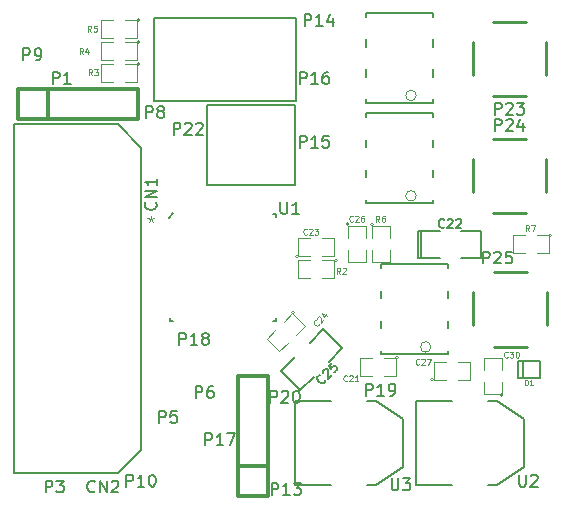
<source format=gto>
%FSLAX34Y34*%
G04 Gerber Fmt 3.4, Leading zero omitted, Abs format*
G04 (created by PCBNEW (2014-01-02 BZR 4600)-product) date Sun 26 Jan 2014 10:04:54 PM PST*
%MOIN*%
G01*
G70*
G90*
G04 APERTURE LIST*
%ADD10C,0.005906*%
%ADD11C,0.006000*%
%ADD12C,0.003900*%
%ADD13C,0.005000*%
%ADD14C,0.002500*%
%ADD15C,0.008000*%
%ADD16C,0.012000*%
%ADD17C,0.009843*%
%ADD18C,0.003000*%
%ADD19C,0.004300*%
G04 APERTURE END LIST*
G54D10*
X6141Y-6870D02*
X5984Y-7027D01*
G54D11*
X9565Y-7011D02*
X9565Y-6911D01*
X9465Y-10451D02*
X9565Y-10451D01*
X6025Y-10351D02*
X6025Y-10451D01*
X6025Y-10451D02*
X6125Y-10451D01*
X9565Y-10451D02*
X9565Y-10351D01*
X9565Y-6911D02*
X9465Y-6911D01*
G54D12*
X13652Y-11688D02*
G75*
G03X13652Y-11688I-50J0D01*
G74*
G01*
X13152Y-11688D02*
X13552Y-11688D01*
X13552Y-11688D02*
X13552Y-12288D01*
X13552Y-12288D02*
X13152Y-12288D01*
X12752Y-12288D02*
X12352Y-12288D01*
X12352Y-12288D02*
X12352Y-11688D01*
X12352Y-11688D02*
X12752Y-11688D01*
G54D13*
X14393Y-7463D02*
X14293Y-7463D01*
X14293Y-7463D02*
X14293Y-8363D01*
X14293Y-8363D02*
X14393Y-8363D01*
X14393Y-7463D02*
X14393Y-8363D01*
X14393Y-8363D02*
X15043Y-8363D01*
X15743Y-7463D02*
X16393Y-7463D01*
X16393Y-7463D02*
X16393Y-8363D01*
X16393Y-8363D02*
X15743Y-8363D01*
X15043Y-7463D02*
X14393Y-7463D01*
G54D12*
X10305Y-8311D02*
G75*
G03X10305Y-8311I-50J0D01*
G74*
G01*
X10705Y-8311D02*
X10305Y-8311D01*
X10305Y-8311D02*
X10305Y-7711D01*
X10305Y-7711D02*
X10705Y-7711D01*
X11105Y-7711D02*
X11505Y-7711D01*
X11505Y-7711D02*
X11505Y-8311D01*
X11505Y-8311D02*
X11105Y-8311D01*
X10179Y-10174D02*
G75*
G03X10179Y-10174I-50J0D01*
G74*
G01*
X9811Y-10492D02*
X10094Y-10210D01*
X10094Y-10210D02*
X10518Y-10634D01*
X10518Y-10634D02*
X10235Y-10917D01*
X9952Y-11200D02*
X9669Y-11482D01*
X9669Y-11482D02*
X9245Y-11058D01*
X9245Y-11058D02*
X9528Y-10775D01*
G54D13*
X11773Y-11363D02*
X11136Y-10726D01*
X11136Y-10726D02*
X10677Y-11186D01*
X10818Y-12317D02*
X10359Y-12777D01*
X10359Y-12777D02*
X9722Y-12140D01*
X9722Y-12140D02*
X10182Y-11681D01*
X11313Y-11822D02*
X11773Y-11363D01*
G54D12*
X11994Y-7243D02*
G75*
G03X11994Y-7243I-50J0D01*
G74*
G01*
X11944Y-7693D02*
X11944Y-7293D01*
X11944Y-7293D02*
X12544Y-7293D01*
X12544Y-7293D02*
X12544Y-7693D01*
X12544Y-8093D02*
X12544Y-8493D01*
X12544Y-8493D02*
X11944Y-8493D01*
X11944Y-8493D02*
X11944Y-8093D01*
X14813Y-12425D02*
G75*
G03X14813Y-12425I-50J0D01*
G74*
G01*
X15213Y-12425D02*
X14813Y-12425D01*
X14813Y-12425D02*
X14813Y-11825D01*
X14813Y-11825D02*
X15213Y-11825D01*
X15613Y-11825D02*
X16013Y-11825D01*
X16013Y-11825D02*
X16013Y-12425D01*
X16013Y-12425D02*
X15613Y-12425D01*
X17141Y-12933D02*
G75*
G03X17141Y-12933I-50J0D01*
G74*
G01*
X17091Y-12483D02*
X17091Y-12883D01*
X17091Y-12883D02*
X16491Y-12883D01*
X16491Y-12883D02*
X16491Y-12483D01*
X16491Y-12083D02*
X16491Y-11683D01*
X16491Y-11683D02*
X17091Y-11683D01*
X17091Y-11683D02*
X17091Y-12083D01*
G54D13*
X17795Y-12362D02*
X17795Y-11810D01*
X17638Y-12362D02*
X18346Y-12362D01*
X18346Y-12362D02*
X18346Y-11810D01*
X18346Y-11810D02*
X17638Y-11810D01*
X17638Y-11810D02*
X17638Y-12362D01*
G54D10*
X10196Y-5944D02*
X10196Y-3267D01*
X10196Y-3267D02*
X7244Y-3267D01*
X7244Y-3267D02*
X7244Y-5944D01*
X7244Y-5944D02*
X10196Y-5944D01*
X10196Y-5944D02*
X10196Y-5905D01*
X10196Y-5905D02*
X10196Y-5944D01*
X5501Y-3149D02*
X10226Y-3149D01*
X10226Y-3149D02*
X10226Y-354D01*
X10226Y-354D02*
X5501Y-354D01*
X5501Y-354D02*
X5501Y-3149D01*
G54D12*
X11605Y-8440D02*
G75*
G03X11605Y-8440I-50J0D01*
G74*
G01*
X11105Y-8440D02*
X11505Y-8440D01*
X11505Y-8440D02*
X11505Y-9040D01*
X11505Y-9040D02*
X11105Y-9040D01*
X10705Y-9040D02*
X10305Y-9040D01*
X10305Y-9040D02*
X10305Y-8440D01*
X10305Y-8440D02*
X10705Y-8440D01*
X5030Y-1904D02*
G75*
G03X5030Y-1904I-50J0D01*
G74*
G01*
X4530Y-1904D02*
X4930Y-1904D01*
X4930Y-1904D02*
X4930Y-2504D01*
X4930Y-2504D02*
X4530Y-2504D01*
X4130Y-2504D02*
X3730Y-2504D01*
X3730Y-2504D02*
X3730Y-1904D01*
X3730Y-1904D02*
X4130Y-1904D01*
X5030Y-1166D02*
G75*
G03X5030Y-1166I-50J0D01*
G74*
G01*
X4530Y-1166D02*
X4930Y-1166D01*
X4930Y-1166D02*
X4930Y-1766D01*
X4930Y-1766D02*
X4530Y-1766D01*
X4130Y-1766D02*
X3730Y-1766D01*
X3730Y-1766D02*
X3730Y-1166D01*
X3730Y-1166D02*
X4130Y-1166D01*
X5030Y-428D02*
G75*
G03X5030Y-428I-50J0D01*
G74*
G01*
X4530Y-428D02*
X4930Y-428D01*
X4930Y-428D02*
X4930Y-1028D01*
X4930Y-1028D02*
X4530Y-1028D01*
X4130Y-1028D02*
X3730Y-1028D01*
X3730Y-1028D02*
X3730Y-428D01*
X3730Y-428D02*
X4130Y-428D01*
X12801Y-7243D02*
G75*
G03X12801Y-7243I-50J0D01*
G74*
G01*
X12751Y-7693D02*
X12751Y-7293D01*
X12751Y-7293D02*
X13351Y-7293D01*
X13351Y-7293D02*
X13351Y-7693D01*
X13351Y-8093D02*
X13351Y-8493D01*
X13351Y-8493D02*
X12751Y-8493D01*
X12751Y-8493D02*
X12751Y-8093D01*
G54D13*
X14809Y-3196D02*
X12559Y-3196D01*
X12559Y-196D02*
X14809Y-196D01*
X12559Y-3196D02*
X12559Y-3071D01*
X12559Y-2321D02*
X12559Y-2071D01*
X12559Y-1321D02*
X12559Y-1071D01*
X12559Y-321D02*
X12559Y-196D01*
X14809Y-3196D02*
X14809Y-3071D01*
X14809Y-2321D02*
X14809Y-2071D01*
X14809Y-1321D02*
X14809Y-1071D01*
X14809Y-321D02*
X14809Y-196D01*
G54D14*
X14235Y-2946D02*
G75*
G03X14235Y-2946I-176J0D01*
G74*
G01*
G54D13*
X14809Y-6543D02*
X12559Y-6543D01*
X12559Y-3543D02*
X14809Y-3543D01*
X12559Y-6543D02*
X12559Y-6418D01*
X12559Y-5668D02*
X12559Y-5418D01*
X12559Y-4668D02*
X12559Y-4418D01*
X12559Y-3668D02*
X12559Y-3543D01*
X14809Y-6543D02*
X14809Y-6418D01*
X14809Y-5668D02*
X14809Y-5418D01*
X14809Y-4668D02*
X14809Y-4418D01*
X14809Y-3668D02*
X14809Y-3543D01*
G54D14*
X14235Y-6293D02*
G75*
G03X14235Y-6293I-176J0D01*
G74*
G01*
G54D15*
X15423Y-13147D02*
X14223Y-13147D01*
X14223Y-13147D02*
X14223Y-15947D01*
X14223Y-15947D02*
X15423Y-15947D01*
X16623Y-13147D02*
X16923Y-13147D01*
X16923Y-13147D02*
X17823Y-13747D01*
X17823Y-13747D02*
X17823Y-15347D01*
X17823Y-15347D02*
X16923Y-15947D01*
X16923Y-15947D02*
X16623Y-15947D01*
X11407Y-13147D02*
X10207Y-13147D01*
X10207Y-13147D02*
X10207Y-15947D01*
X10207Y-15947D02*
X11407Y-15947D01*
X12607Y-13147D02*
X12907Y-13147D01*
X12907Y-13147D02*
X13807Y-13747D01*
X13807Y-13747D02*
X13807Y-15347D01*
X13807Y-15347D02*
X12907Y-15947D01*
X12907Y-15947D02*
X12607Y-15947D01*
G54D12*
X18751Y-7613D02*
G75*
G03X18751Y-7613I-50J0D01*
G74*
G01*
X18251Y-7613D02*
X18651Y-7613D01*
X18651Y-7613D02*
X18651Y-8213D01*
X18651Y-8213D02*
X18251Y-8213D01*
X17851Y-8213D02*
X17451Y-8213D01*
X17451Y-8213D02*
X17451Y-7613D01*
X17451Y-7613D02*
X17851Y-7613D01*
G54D16*
X8309Y-16301D02*
X8309Y-16301D01*
X9309Y-16301D02*
X8309Y-16301D01*
X8309Y-16301D02*
X8309Y-16301D01*
X8309Y-16301D02*
X8309Y-12301D01*
X8309Y-12301D02*
X9309Y-12301D01*
X9309Y-12301D02*
X9309Y-16301D01*
X9309Y-15301D02*
X8309Y-15301D01*
G54D13*
X834Y-15545D02*
X834Y-3903D01*
X834Y-3903D02*
X4283Y-3903D01*
X4283Y-3903D02*
X5070Y-4690D01*
X5070Y-4690D02*
X5070Y-14757D01*
X5070Y-14757D02*
X4283Y-15545D01*
X4283Y-15545D02*
X834Y-15545D01*
G54D16*
X952Y-2718D02*
X952Y-2718D01*
X952Y-3718D02*
X952Y-2718D01*
X952Y-2718D02*
X952Y-2718D01*
X952Y-2718D02*
X4952Y-2718D01*
X4952Y-2718D02*
X4952Y-3718D01*
X4952Y-3718D02*
X952Y-3718D01*
X1952Y-3718D02*
X1952Y-2718D01*
G54D13*
X15301Y-11582D02*
X13051Y-11582D01*
X13051Y-8582D02*
X15301Y-8582D01*
X13051Y-11582D02*
X13051Y-11457D01*
X13051Y-10707D02*
X13051Y-10457D01*
X13051Y-9707D02*
X13051Y-9457D01*
X13051Y-8707D02*
X13051Y-8582D01*
X15301Y-11582D02*
X15301Y-11457D01*
X15301Y-10707D02*
X15301Y-10457D01*
X15301Y-9707D02*
X15301Y-9457D01*
X15301Y-8707D02*
X15301Y-8582D01*
G54D14*
X14727Y-11332D02*
G75*
G03X14727Y-11332I-176J0D01*
G74*
G01*
G54D17*
X17913Y-8838D02*
X16811Y-8838D01*
X16811Y-11318D02*
X17913Y-11318D01*
X16141Y-10610D02*
X16141Y-9507D01*
X18582Y-9507D02*
X18582Y-10610D01*
X17893Y-4389D02*
X16791Y-4389D01*
X16791Y-6870D02*
X17893Y-6870D01*
X16122Y-6161D02*
X16122Y-5059D01*
X18562Y-5059D02*
X18562Y-6161D01*
X17893Y-492D02*
X16791Y-492D01*
X16791Y-2972D02*
X17893Y-2972D01*
X16122Y-2263D02*
X16122Y-1161D01*
X18562Y-1161D02*
X18562Y-2263D01*
G54D10*
X9709Y-6497D02*
X9709Y-6815D01*
X9728Y-6853D01*
X9747Y-6871D01*
X9784Y-6890D01*
X9859Y-6890D01*
X9897Y-6871D01*
X9916Y-6853D01*
X9934Y-6815D01*
X9934Y-6497D01*
X10328Y-6890D02*
X10103Y-6890D01*
X10216Y-6890D02*
X10216Y-6497D01*
X10178Y-6553D01*
X10141Y-6590D01*
X10103Y-6609D01*
G54D18*
X5385Y-6950D02*
X5385Y-7064D01*
X5272Y-7018D02*
X5385Y-7064D01*
X5498Y-7018D01*
X5317Y-7154D02*
X5385Y-7064D01*
X5453Y-7154D01*
G54D10*
X3517Y-16144D02*
X3498Y-16163D01*
X3442Y-16182D01*
X3405Y-16182D01*
X3348Y-16163D01*
X3311Y-16125D01*
X3292Y-16088D01*
X3273Y-16013D01*
X3273Y-15957D01*
X3292Y-15882D01*
X3311Y-15844D01*
X3348Y-15807D01*
X3405Y-15788D01*
X3442Y-15788D01*
X3498Y-15807D01*
X3517Y-15825D01*
X3686Y-16182D02*
X3686Y-15788D01*
X3911Y-16182D01*
X3911Y-15788D01*
X4079Y-15825D02*
X4098Y-15807D01*
X4136Y-15788D01*
X4229Y-15788D01*
X4267Y-15807D01*
X4286Y-15825D01*
X4304Y-15863D01*
X4304Y-15900D01*
X4286Y-15957D01*
X4061Y-16182D01*
X4304Y-16182D01*
G54D19*
X11930Y-12452D02*
X11921Y-12461D01*
X11892Y-12471D01*
X11874Y-12471D01*
X11846Y-12461D01*
X11827Y-12442D01*
X11817Y-12424D01*
X11808Y-12386D01*
X11808Y-12358D01*
X11817Y-12320D01*
X11827Y-12302D01*
X11846Y-12283D01*
X11874Y-12274D01*
X11892Y-12274D01*
X11921Y-12283D01*
X11930Y-12292D01*
X12005Y-12292D02*
X12014Y-12283D01*
X12033Y-12274D01*
X12080Y-12274D01*
X12099Y-12283D01*
X12108Y-12292D01*
X12118Y-12311D01*
X12118Y-12330D01*
X12108Y-12358D01*
X11996Y-12471D01*
X12118Y-12471D01*
X12305Y-12471D02*
X12193Y-12471D01*
X12249Y-12471D02*
X12249Y-12274D01*
X12230Y-12302D01*
X12211Y-12320D01*
X12193Y-12330D01*
G54D13*
X15171Y-7331D02*
X15157Y-7345D01*
X15114Y-7360D01*
X15085Y-7360D01*
X15042Y-7345D01*
X15014Y-7317D01*
X14999Y-7288D01*
X14985Y-7231D01*
X14985Y-7188D01*
X14999Y-7131D01*
X15014Y-7102D01*
X15042Y-7074D01*
X15085Y-7060D01*
X15114Y-7060D01*
X15157Y-7074D01*
X15171Y-7088D01*
X15285Y-7088D02*
X15299Y-7074D01*
X15328Y-7060D01*
X15399Y-7060D01*
X15428Y-7074D01*
X15442Y-7088D01*
X15457Y-7117D01*
X15457Y-7145D01*
X15442Y-7188D01*
X15271Y-7360D01*
X15457Y-7360D01*
X15571Y-7088D02*
X15585Y-7074D01*
X15614Y-7060D01*
X15685Y-7060D01*
X15714Y-7074D01*
X15728Y-7088D01*
X15742Y-7117D01*
X15742Y-7145D01*
X15728Y-7188D01*
X15557Y-7360D01*
X15742Y-7360D01*
G54D19*
X10591Y-7570D02*
X10582Y-7579D01*
X10554Y-7589D01*
X10535Y-7589D01*
X10507Y-7579D01*
X10488Y-7560D01*
X10479Y-7542D01*
X10469Y-7504D01*
X10469Y-7476D01*
X10479Y-7439D01*
X10488Y-7420D01*
X10507Y-7401D01*
X10535Y-7392D01*
X10554Y-7392D01*
X10582Y-7401D01*
X10591Y-7410D01*
X10666Y-7410D02*
X10676Y-7401D01*
X10695Y-7392D01*
X10741Y-7392D01*
X10760Y-7401D01*
X10770Y-7410D01*
X10779Y-7429D01*
X10779Y-7448D01*
X10770Y-7476D01*
X10657Y-7589D01*
X10779Y-7589D01*
X10845Y-7392D02*
X10967Y-7392D01*
X10901Y-7467D01*
X10929Y-7467D01*
X10948Y-7476D01*
X10957Y-7485D01*
X10967Y-7504D01*
X10967Y-7551D01*
X10957Y-7570D01*
X10948Y-7579D01*
X10929Y-7589D01*
X10873Y-7589D01*
X10854Y-7579D01*
X10845Y-7570D01*
X10993Y-10552D02*
X10993Y-10565D01*
X10980Y-10592D01*
X10967Y-10605D01*
X10940Y-10619D01*
X10914Y-10619D01*
X10894Y-10612D01*
X10860Y-10592D01*
X10841Y-10572D01*
X10821Y-10539D01*
X10814Y-10519D01*
X10814Y-10492D01*
X10827Y-10466D01*
X10841Y-10453D01*
X10867Y-10439D01*
X10880Y-10439D01*
X10933Y-10386D02*
X10933Y-10373D01*
X10940Y-10353D01*
X10973Y-10320D01*
X10993Y-10313D01*
X11006Y-10313D01*
X11026Y-10320D01*
X11040Y-10333D01*
X11053Y-10360D01*
X11053Y-10519D01*
X11139Y-10433D01*
X11166Y-10221D02*
X11258Y-10313D01*
X11079Y-10201D02*
X11146Y-10333D01*
X11232Y-10247D01*
G54D13*
X11209Y-12436D02*
X11209Y-12456D01*
X11188Y-12497D01*
X11168Y-12517D01*
X11128Y-12537D01*
X11087Y-12537D01*
X11057Y-12527D01*
X11007Y-12497D01*
X10976Y-12466D01*
X10946Y-12416D01*
X10936Y-12386D01*
X10936Y-12345D01*
X10956Y-12305D01*
X10976Y-12285D01*
X11017Y-12264D01*
X11037Y-12264D01*
X11118Y-12184D02*
X11118Y-12163D01*
X11128Y-12133D01*
X11178Y-12082D01*
X11209Y-12072D01*
X11229Y-12072D01*
X11259Y-12082D01*
X11279Y-12103D01*
X11299Y-12143D01*
X11299Y-12386D01*
X11431Y-12254D01*
X11411Y-11850D02*
X11310Y-11951D01*
X11401Y-12062D01*
X11401Y-12042D01*
X11411Y-12012D01*
X11461Y-11961D01*
X11491Y-11951D01*
X11512Y-11951D01*
X11542Y-11961D01*
X11592Y-12012D01*
X11603Y-12042D01*
X11603Y-12062D01*
X11592Y-12093D01*
X11542Y-12143D01*
X11512Y-12153D01*
X11491Y-12153D01*
G54D19*
X12127Y-7137D02*
X12117Y-7146D01*
X12089Y-7156D01*
X12071Y-7156D01*
X12042Y-7146D01*
X12024Y-7127D01*
X12014Y-7109D01*
X12005Y-7071D01*
X12005Y-7043D01*
X12014Y-7005D01*
X12024Y-6987D01*
X12042Y-6968D01*
X12071Y-6959D01*
X12089Y-6959D01*
X12117Y-6968D01*
X12127Y-6977D01*
X12202Y-6977D02*
X12211Y-6968D01*
X12230Y-6959D01*
X12277Y-6959D01*
X12296Y-6968D01*
X12305Y-6977D01*
X12314Y-6996D01*
X12314Y-7015D01*
X12305Y-7043D01*
X12192Y-7156D01*
X12314Y-7156D01*
X12483Y-6959D02*
X12446Y-6959D01*
X12427Y-6968D01*
X12418Y-6977D01*
X12399Y-7005D01*
X12389Y-7043D01*
X12389Y-7118D01*
X12399Y-7137D01*
X12408Y-7146D01*
X12427Y-7156D01*
X12465Y-7156D01*
X12483Y-7146D01*
X12493Y-7137D01*
X12502Y-7118D01*
X12502Y-7071D01*
X12493Y-7052D01*
X12483Y-7043D01*
X12465Y-7034D01*
X12427Y-7034D01*
X12408Y-7043D01*
X12399Y-7052D01*
X12389Y-7071D01*
X14332Y-11901D02*
X14322Y-11910D01*
X14294Y-11919D01*
X14275Y-11919D01*
X14247Y-11910D01*
X14228Y-11891D01*
X14219Y-11872D01*
X14210Y-11835D01*
X14210Y-11807D01*
X14219Y-11769D01*
X14228Y-11750D01*
X14247Y-11732D01*
X14275Y-11722D01*
X14294Y-11722D01*
X14322Y-11732D01*
X14332Y-11741D01*
X14407Y-11741D02*
X14416Y-11732D01*
X14435Y-11722D01*
X14482Y-11722D01*
X14500Y-11732D01*
X14510Y-11741D01*
X14519Y-11760D01*
X14519Y-11779D01*
X14510Y-11807D01*
X14397Y-11919D01*
X14519Y-11919D01*
X14585Y-11722D02*
X14716Y-11722D01*
X14632Y-11919D01*
X17284Y-11664D02*
X17275Y-11674D01*
X17247Y-11683D01*
X17228Y-11683D01*
X17200Y-11674D01*
X17181Y-11655D01*
X17172Y-11636D01*
X17162Y-11599D01*
X17162Y-11571D01*
X17172Y-11533D01*
X17181Y-11514D01*
X17200Y-11495D01*
X17228Y-11486D01*
X17247Y-11486D01*
X17275Y-11495D01*
X17284Y-11505D01*
X17350Y-11486D02*
X17472Y-11486D01*
X17406Y-11561D01*
X17434Y-11561D01*
X17453Y-11571D01*
X17463Y-11580D01*
X17472Y-11599D01*
X17472Y-11646D01*
X17463Y-11664D01*
X17453Y-11674D01*
X17434Y-11683D01*
X17378Y-11683D01*
X17359Y-11674D01*
X17350Y-11664D01*
X17594Y-11486D02*
X17613Y-11486D01*
X17631Y-11495D01*
X17641Y-11505D01*
X17650Y-11524D01*
X17660Y-11561D01*
X17660Y-11608D01*
X17650Y-11646D01*
X17641Y-11664D01*
X17631Y-11674D01*
X17613Y-11683D01*
X17594Y-11683D01*
X17575Y-11674D01*
X17566Y-11664D01*
X17556Y-11646D01*
X17547Y-11608D01*
X17547Y-11561D01*
X17556Y-11524D01*
X17566Y-11505D01*
X17575Y-11495D01*
X17594Y-11486D01*
G54D12*
X17876Y-12590D02*
X17876Y-12433D01*
X17913Y-12433D01*
X17936Y-12441D01*
X17951Y-12456D01*
X17958Y-12471D01*
X17965Y-12500D01*
X17965Y-12523D01*
X17958Y-12553D01*
X17951Y-12568D01*
X17936Y-12583D01*
X17913Y-12590D01*
X17876Y-12590D01*
X18115Y-12590D02*
X18025Y-12590D01*
X18070Y-12590D02*
X18070Y-12433D01*
X18055Y-12456D01*
X18040Y-12471D01*
X18025Y-12478D01*
G54D10*
X10358Y-4685D02*
X10358Y-4292D01*
X10508Y-4292D01*
X10546Y-4311D01*
X10564Y-4329D01*
X10583Y-4367D01*
X10583Y-4423D01*
X10564Y-4461D01*
X10546Y-4479D01*
X10508Y-4498D01*
X10358Y-4498D01*
X10958Y-4685D02*
X10733Y-4685D01*
X10845Y-4685D02*
X10845Y-4292D01*
X10808Y-4348D01*
X10770Y-4386D01*
X10733Y-4404D01*
X11314Y-4292D02*
X11127Y-4292D01*
X11108Y-4479D01*
X11127Y-4461D01*
X11164Y-4442D01*
X11258Y-4442D01*
X11295Y-4461D01*
X11314Y-4479D01*
X11333Y-4517D01*
X11333Y-4610D01*
X11314Y-4648D01*
X11295Y-4667D01*
X11258Y-4685D01*
X11164Y-4685D01*
X11127Y-4667D01*
X11108Y-4648D01*
X10358Y-2559D02*
X10358Y-2166D01*
X10508Y-2166D01*
X10546Y-2185D01*
X10564Y-2203D01*
X10583Y-2241D01*
X10583Y-2297D01*
X10564Y-2335D01*
X10546Y-2353D01*
X10508Y-2372D01*
X10358Y-2372D01*
X10958Y-2559D02*
X10733Y-2559D01*
X10845Y-2559D02*
X10845Y-2166D01*
X10808Y-2222D01*
X10770Y-2260D01*
X10733Y-2278D01*
X11295Y-2166D02*
X11220Y-2166D01*
X11183Y-2185D01*
X11164Y-2203D01*
X11127Y-2260D01*
X11108Y-2335D01*
X11108Y-2485D01*
X11127Y-2522D01*
X11145Y-2541D01*
X11183Y-2559D01*
X11258Y-2559D01*
X11295Y-2541D01*
X11314Y-2522D01*
X11333Y-2485D01*
X11333Y-2391D01*
X11314Y-2353D01*
X11295Y-2335D01*
X11258Y-2316D01*
X11183Y-2316D01*
X11145Y-2335D01*
X11127Y-2353D01*
X11108Y-2391D01*
G54D19*
X11709Y-8888D02*
X11643Y-8794D01*
X11596Y-8888D02*
X11596Y-8691D01*
X11671Y-8691D01*
X11690Y-8700D01*
X11699Y-8710D01*
X11709Y-8728D01*
X11709Y-8756D01*
X11699Y-8775D01*
X11690Y-8785D01*
X11671Y-8794D01*
X11596Y-8794D01*
X11784Y-8710D02*
X11793Y-8700D01*
X11812Y-8691D01*
X11859Y-8691D01*
X11878Y-8700D01*
X11887Y-8710D01*
X11896Y-8728D01*
X11896Y-8747D01*
X11887Y-8775D01*
X11774Y-8888D01*
X11896Y-8888D01*
X3441Y-2274D02*
X3375Y-2180D01*
X3329Y-2274D02*
X3329Y-2077D01*
X3404Y-2077D01*
X3422Y-2086D01*
X3432Y-2095D01*
X3441Y-2114D01*
X3441Y-2142D01*
X3432Y-2161D01*
X3422Y-2170D01*
X3404Y-2180D01*
X3329Y-2180D01*
X3507Y-2077D02*
X3629Y-2077D01*
X3563Y-2152D01*
X3591Y-2152D01*
X3610Y-2161D01*
X3619Y-2170D01*
X3629Y-2189D01*
X3629Y-2236D01*
X3619Y-2255D01*
X3610Y-2264D01*
X3591Y-2274D01*
X3535Y-2274D01*
X3516Y-2264D01*
X3507Y-2255D01*
X3126Y-1565D02*
X3060Y-1471D01*
X3014Y-1565D02*
X3014Y-1368D01*
X3089Y-1368D01*
X3107Y-1377D01*
X3117Y-1387D01*
X3126Y-1406D01*
X3126Y-1434D01*
X3117Y-1452D01*
X3107Y-1462D01*
X3089Y-1471D01*
X3014Y-1471D01*
X3295Y-1434D02*
X3295Y-1565D01*
X3248Y-1359D02*
X3201Y-1499D01*
X3323Y-1499D01*
X3402Y-817D02*
X3336Y-723D01*
X3289Y-817D02*
X3289Y-620D01*
X3364Y-620D01*
X3383Y-629D01*
X3392Y-639D01*
X3402Y-657D01*
X3402Y-686D01*
X3392Y-704D01*
X3383Y-714D01*
X3364Y-723D01*
X3289Y-723D01*
X3580Y-620D02*
X3486Y-620D01*
X3477Y-714D01*
X3486Y-704D01*
X3505Y-695D01*
X3552Y-695D01*
X3571Y-704D01*
X3580Y-714D01*
X3589Y-733D01*
X3589Y-779D01*
X3580Y-798D01*
X3571Y-808D01*
X3552Y-817D01*
X3505Y-817D01*
X3486Y-808D01*
X3477Y-798D01*
X13008Y-7156D02*
X12942Y-7062D01*
X12895Y-7156D02*
X12895Y-6959D01*
X12970Y-6959D01*
X12989Y-6968D01*
X12999Y-6977D01*
X13008Y-6996D01*
X13008Y-7024D01*
X12999Y-7043D01*
X12989Y-7052D01*
X12970Y-7062D01*
X12895Y-7062D01*
X13177Y-6959D02*
X13139Y-6959D01*
X13121Y-6968D01*
X13111Y-6977D01*
X13092Y-7005D01*
X13083Y-7043D01*
X13083Y-7118D01*
X13092Y-7137D01*
X13102Y-7146D01*
X13121Y-7156D01*
X13158Y-7156D01*
X13177Y-7146D01*
X13186Y-7137D01*
X13196Y-7118D01*
X13196Y-7071D01*
X13186Y-7052D01*
X13177Y-7043D01*
X13158Y-7034D01*
X13121Y-7034D01*
X13102Y-7043D01*
X13092Y-7052D01*
X13083Y-7071D01*
G54D10*
X17662Y-15591D02*
X17662Y-15910D01*
X17681Y-15947D01*
X17700Y-15966D01*
X17737Y-15985D01*
X17812Y-15985D01*
X17850Y-15966D01*
X17868Y-15947D01*
X17887Y-15910D01*
X17887Y-15591D01*
X18056Y-15628D02*
X18075Y-15610D01*
X18112Y-15591D01*
X18206Y-15591D01*
X18243Y-15610D01*
X18262Y-15628D01*
X18281Y-15666D01*
X18281Y-15703D01*
X18262Y-15760D01*
X18037Y-15985D01*
X18281Y-15985D01*
X13410Y-15709D02*
X13410Y-16028D01*
X13429Y-16065D01*
X13448Y-16084D01*
X13485Y-16103D01*
X13560Y-16103D01*
X13598Y-16084D01*
X13616Y-16065D01*
X13635Y-16028D01*
X13635Y-15709D01*
X13785Y-15709D02*
X14029Y-15709D01*
X13898Y-15859D01*
X13954Y-15859D01*
X13991Y-15878D01*
X14010Y-15897D01*
X14029Y-15934D01*
X14029Y-16028D01*
X14010Y-16065D01*
X13991Y-16084D01*
X13954Y-16103D01*
X13841Y-16103D01*
X13804Y-16084D01*
X13785Y-16065D01*
G54D19*
X18008Y-7471D02*
X17942Y-7377D01*
X17895Y-7471D02*
X17895Y-7274D01*
X17970Y-7274D01*
X17989Y-7283D01*
X17999Y-7292D01*
X18008Y-7311D01*
X18008Y-7339D01*
X17999Y-7358D01*
X17989Y-7367D01*
X17970Y-7377D01*
X17895Y-7377D01*
X18074Y-7274D02*
X18205Y-7274D01*
X18121Y-7471D01*
G54D10*
X7208Y-14607D02*
X7208Y-14213D01*
X7358Y-14213D01*
X7396Y-14232D01*
X7415Y-14251D01*
X7433Y-14288D01*
X7433Y-14344D01*
X7415Y-14382D01*
X7396Y-14401D01*
X7358Y-14419D01*
X7208Y-14419D01*
X7808Y-14607D02*
X7583Y-14607D01*
X7696Y-14607D02*
X7696Y-14213D01*
X7658Y-14269D01*
X7621Y-14307D01*
X7583Y-14326D01*
X7940Y-14213D02*
X8202Y-14213D01*
X8033Y-14607D01*
X5544Y-6511D02*
X5562Y-6530D01*
X5581Y-6586D01*
X5581Y-6624D01*
X5562Y-6680D01*
X5525Y-6718D01*
X5487Y-6736D01*
X5412Y-6755D01*
X5356Y-6755D01*
X5281Y-6736D01*
X5244Y-6718D01*
X5206Y-6680D01*
X5187Y-6624D01*
X5187Y-6586D01*
X5206Y-6530D01*
X5225Y-6511D01*
X5581Y-6343D02*
X5187Y-6343D01*
X5581Y-6118D01*
X5187Y-6118D01*
X5581Y-5724D02*
X5581Y-5949D01*
X5581Y-5837D02*
X5187Y-5837D01*
X5244Y-5874D01*
X5281Y-5912D01*
X5300Y-5949D01*
X2120Y-2559D02*
X2120Y-2166D01*
X2270Y-2166D01*
X2308Y-2185D01*
X2327Y-2203D01*
X2345Y-2241D01*
X2345Y-2297D01*
X2327Y-2335D01*
X2308Y-2353D01*
X2270Y-2372D01*
X2120Y-2372D01*
X2720Y-2559D02*
X2495Y-2559D01*
X2608Y-2559D02*
X2608Y-2166D01*
X2570Y-2222D01*
X2533Y-2260D01*
X2495Y-2278D01*
X1884Y-16182D02*
X1884Y-15788D01*
X2034Y-15788D01*
X2072Y-15807D01*
X2090Y-15825D01*
X2109Y-15863D01*
X2109Y-15919D01*
X2090Y-15957D01*
X2072Y-15975D01*
X2034Y-15994D01*
X1884Y-15994D01*
X2240Y-15788D02*
X2484Y-15788D01*
X2353Y-15938D01*
X2409Y-15938D01*
X2447Y-15957D01*
X2465Y-15975D01*
X2484Y-16013D01*
X2484Y-16107D01*
X2465Y-16144D01*
X2447Y-16163D01*
X2409Y-16182D01*
X2297Y-16182D01*
X2259Y-16163D01*
X2240Y-16144D01*
X5664Y-13859D02*
X5664Y-13465D01*
X5814Y-13465D01*
X5851Y-13484D01*
X5870Y-13502D01*
X5889Y-13540D01*
X5889Y-13596D01*
X5870Y-13634D01*
X5851Y-13652D01*
X5814Y-13671D01*
X5664Y-13671D01*
X6245Y-13465D02*
X6057Y-13465D01*
X6039Y-13652D01*
X6057Y-13634D01*
X6095Y-13615D01*
X6189Y-13615D01*
X6226Y-13634D01*
X6245Y-13652D01*
X6264Y-13690D01*
X6264Y-13784D01*
X6245Y-13821D01*
X6226Y-13840D01*
X6189Y-13859D01*
X6095Y-13859D01*
X6057Y-13840D01*
X6039Y-13821D01*
X5231Y-3701D02*
X5231Y-3308D01*
X5381Y-3308D01*
X5418Y-3326D01*
X5437Y-3345D01*
X5456Y-3383D01*
X5456Y-3439D01*
X5437Y-3476D01*
X5418Y-3495D01*
X5381Y-3514D01*
X5231Y-3514D01*
X5681Y-3476D02*
X5643Y-3458D01*
X5624Y-3439D01*
X5606Y-3401D01*
X5606Y-3383D01*
X5624Y-3345D01*
X5643Y-3326D01*
X5681Y-3308D01*
X5755Y-3308D01*
X5793Y-3326D01*
X5812Y-3345D01*
X5830Y-3383D01*
X5830Y-3401D01*
X5812Y-3439D01*
X5793Y-3458D01*
X5755Y-3476D01*
X5681Y-3476D01*
X5643Y-3495D01*
X5624Y-3514D01*
X5606Y-3551D01*
X5606Y-3626D01*
X5624Y-3664D01*
X5643Y-3682D01*
X5681Y-3701D01*
X5755Y-3701D01*
X5793Y-3682D01*
X5812Y-3664D01*
X5830Y-3626D01*
X5830Y-3551D01*
X5812Y-3514D01*
X5793Y-3495D01*
X5755Y-3476D01*
X1136Y-1772D02*
X1136Y-1378D01*
X1286Y-1378D01*
X1324Y-1397D01*
X1342Y-1416D01*
X1361Y-1453D01*
X1361Y-1510D01*
X1342Y-1547D01*
X1324Y-1566D01*
X1286Y-1585D01*
X1136Y-1585D01*
X1549Y-1772D02*
X1624Y-1772D01*
X1661Y-1753D01*
X1680Y-1735D01*
X1717Y-1678D01*
X1736Y-1603D01*
X1736Y-1453D01*
X1717Y-1416D01*
X1699Y-1397D01*
X1661Y-1378D01*
X1586Y-1378D01*
X1549Y-1397D01*
X1530Y-1416D01*
X1511Y-1453D01*
X1511Y-1547D01*
X1530Y-1585D01*
X1549Y-1603D01*
X1586Y-1622D01*
X1661Y-1622D01*
X1699Y-1603D01*
X1717Y-1585D01*
X1736Y-1547D01*
X4571Y-15985D02*
X4571Y-15591D01*
X4721Y-15591D01*
X4758Y-15610D01*
X4777Y-15628D01*
X4796Y-15666D01*
X4796Y-15722D01*
X4777Y-15760D01*
X4758Y-15778D01*
X4721Y-15797D01*
X4571Y-15797D01*
X5171Y-15985D02*
X4946Y-15985D01*
X5058Y-15985D02*
X5058Y-15591D01*
X5021Y-15647D01*
X4983Y-15685D01*
X4946Y-15703D01*
X5414Y-15591D02*
X5452Y-15591D01*
X5489Y-15610D01*
X5508Y-15628D01*
X5527Y-15666D01*
X5546Y-15741D01*
X5546Y-15835D01*
X5527Y-15910D01*
X5508Y-15947D01*
X5489Y-15966D01*
X5452Y-15985D01*
X5414Y-15985D01*
X5377Y-15966D01*
X5358Y-15947D01*
X5339Y-15910D01*
X5321Y-15835D01*
X5321Y-15741D01*
X5339Y-15666D01*
X5358Y-15628D01*
X5377Y-15610D01*
X5414Y-15591D01*
X9413Y-16260D02*
X9413Y-15867D01*
X9563Y-15867D01*
X9601Y-15885D01*
X9619Y-15904D01*
X9638Y-15942D01*
X9638Y-15998D01*
X9619Y-16035D01*
X9601Y-16054D01*
X9563Y-16073D01*
X9413Y-16073D01*
X10013Y-16260D02*
X9788Y-16260D01*
X9901Y-16260D02*
X9901Y-15867D01*
X9863Y-15923D01*
X9826Y-15960D01*
X9788Y-15979D01*
X10144Y-15867D02*
X10388Y-15867D01*
X10257Y-16017D01*
X10313Y-16017D01*
X10351Y-16035D01*
X10369Y-16054D01*
X10388Y-16092D01*
X10388Y-16185D01*
X10369Y-16223D01*
X10351Y-16242D01*
X10313Y-16260D01*
X10201Y-16260D01*
X10163Y-16242D01*
X10144Y-16223D01*
X9374Y-13189D02*
X9374Y-12796D01*
X9524Y-12796D01*
X9561Y-12814D01*
X9580Y-12833D01*
X9599Y-12871D01*
X9599Y-12927D01*
X9580Y-12964D01*
X9561Y-12983D01*
X9524Y-13002D01*
X9374Y-13002D01*
X9749Y-12833D02*
X9767Y-12814D01*
X9805Y-12796D01*
X9899Y-12796D01*
X9936Y-12814D01*
X9955Y-12833D01*
X9974Y-12871D01*
X9974Y-12908D01*
X9955Y-12964D01*
X9730Y-13189D01*
X9974Y-13189D01*
X10217Y-12796D02*
X10255Y-12796D01*
X10292Y-12814D01*
X10311Y-12833D01*
X10330Y-12871D01*
X10349Y-12946D01*
X10349Y-13039D01*
X10330Y-13114D01*
X10311Y-13152D01*
X10292Y-13171D01*
X10255Y-13189D01*
X10217Y-13189D01*
X10180Y-13171D01*
X10161Y-13152D01*
X10142Y-13114D01*
X10124Y-13039D01*
X10124Y-12946D01*
X10142Y-12871D01*
X10161Y-12833D01*
X10180Y-12814D01*
X10217Y-12796D01*
X6145Y-4252D02*
X6145Y-3859D01*
X6295Y-3859D01*
X6333Y-3877D01*
X6352Y-3896D01*
X6370Y-3934D01*
X6370Y-3990D01*
X6352Y-4027D01*
X6333Y-4046D01*
X6295Y-4065D01*
X6145Y-4065D01*
X6520Y-3896D02*
X6539Y-3877D01*
X6577Y-3859D01*
X6670Y-3859D01*
X6708Y-3877D01*
X6727Y-3896D01*
X6745Y-3934D01*
X6745Y-3971D01*
X6727Y-4027D01*
X6502Y-4252D01*
X6745Y-4252D01*
X6895Y-3896D02*
X6914Y-3877D01*
X6952Y-3859D01*
X7045Y-3859D01*
X7083Y-3877D01*
X7102Y-3896D01*
X7120Y-3934D01*
X7120Y-3971D01*
X7102Y-4027D01*
X6877Y-4252D01*
X7120Y-4252D01*
X6342Y-11260D02*
X6342Y-10867D01*
X6492Y-10867D01*
X6530Y-10885D01*
X6549Y-10904D01*
X6567Y-10942D01*
X6567Y-10998D01*
X6549Y-11035D01*
X6530Y-11054D01*
X6492Y-11073D01*
X6342Y-11073D01*
X6942Y-11260D02*
X6717Y-11260D01*
X6830Y-11260D02*
X6830Y-10867D01*
X6792Y-10923D01*
X6755Y-10960D01*
X6717Y-10979D01*
X7167Y-11035D02*
X7130Y-11017D01*
X7111Y-10998D01*
X7092Y-10960D01*
X7092Y-10942D01*
X7111Y-10904D01*
X7130Y-10885D01*
X7167Y-10867D01*
X7242Y-10867D01*
X7280Y-10885D01*
X7298Y-10904D01*
X7317Y-10942D01*
X7317Y-10960D01*
X7298Y-10998D01*
X7280Y-11017D01*
X7242Y-11035D01*
X7167Y-11035D01*
X7130Y-11054D01*
X7111Y-11073D01*
X7092Y-11110D01*
X7092Y-11185D01*
X7111Y-11223D01*
X7130Y-11242D01*
X7167Y-11260D01*
X7242Y-11260D01*
X7280Y-11242D01*
X7298Y-11223D01*
X7317Y-11185D01*
X7317Y-11110D01*
X7298Y-11073D01*
X7280Y-11054D01*
X7242Y-11035D01*
X6884Y-13032D02*
X6884Y-12638D01*
X7034Y-12638D01*
X7072Y-12657D01*
X7090Y-12676D01*
X7109Y-12713D01*
X7109Y-12769D01*
X7090Y-12807D01*
X7072Y-12826D01*
X7034Y-12844D01*
X6884Y-12844D01*
X7447Y-12638D02*
X7372Y-12638D01*
X7334Y-12657D01*
X7315Y-12676D01*
X7278Y-12732D01*
X7259Y-12807D01*
X7259Y-12957D01*
X7278Y-12994D01*
X7297Y-13013D01*
X7334Y-13032D01*
X7409Y-13032D01*
X7447Y-13013D01*
X7465Y-12994D01*
X7484Y-12957D01*
X7484Y-12863D01*
X7465Y-12826D01*
X7447Y-12807D01*
X7409Y-12788D01*
X7334Y-12788D01*
X7297Y-12807D01*
X7278Y-12826D01*
X7259Y-12863D01*
X10516Y-630D02*
X10516Y-237D01*
X10666Y-237D01*
X10703Y-255D01*
X10722Y-274D01*
X10741Y-312D01*
X10741Y-368D01*
X10722Y-405D01*
X10703Y-424D01*
X10666Y-443D01*
X10516Y-443D01*
X11115Y-630D02*
X10890Y-630D01*
X11003Y-630D02*
X11003Y-237D01*
X10965Y-293D01*
X10928Y-330D01*
X10890Y-349D01*
X11453Y-368D02*
X11453Y-630D01*
X11359Y-218D02*
X11265Y-499D01*
X11509Y-499D01*
X12563Y-12953D02*
X12563Y-12559D01*
X12713Y-12559D01*
X12750Y-12578D01*
X12769Y-12597D01*
X12788Y-12634D01*
X12788Y-12691D01*
X12769Y-12728D01*
X12750Y-12747D01*
X12713Y-12766D01*
X12563Y-12766D01*
X13163Y-12953D02*
X12938Y-12953D01*
X13050Y-12953D02*
X13050Y-12559D01*
X13013Y-12616D01*
X12975Y-12653D01*
X12938Y-12672D01*
X13350Y-12953D02*
X13425Y-12953D01*
X13463Y-12934D01*
X13481Y-12916D01*
X13519Y-12859D01*
X13538Y-12784D01*
X13538Y-12634D01*
X13519Y-12597D01*
X13500Y-12578D01*
X13463Y-12559D01*
X13388Y-12559D01*
X13350Y-12578D01*
X13331Y-12597D01*
X13313Y-12634D01*
X13313Y-12728D01*
X13331Y-12766D01*
X13350Y-12784D01*
X13388Y-12803D01*
X13463Y-12803D01*
X13500Y-12784D01*
X13519Y-12766D01*
X13538Y-12728D01*
X16460Y-8544D02*
X16460Y-8150D01*
X16610Y-8150D01*
X16648Y-8169D01*
X16667Y-8188D01*
X16685Y-8225D01*
X16685Y-8281D01*
X16667Y-8319D01*
X16648Y-8338D01*
X16610Y-8356D01*
X16460Y-8356D01*
X16835Y-8188D02*
X16854Y-8169D01*
X16892Y-8150D01*
X16985Y-8150D01*
X17023Y-8169D01*
X17042Y-8188D01*
X17060Y-8225D01*
X17060Y-8263D01*
X17042Y-8319D01*
X16817Y-8544D01*
X17060Y-8544D01*
X17417Y-8150D02*
X17229Y-8150D01*
X17210Y-8338D01*
X17229Y-8319D01*
X17267Y-8300D01*
X17360Y-8300D01*
X17398Y-8319D01*
X17417Y-8338D01*
X17435Y-8375D01*
X17435Y-8469D01*
X17417Y-8506D01*
X17398Y-8525D01*
X17360Y-8544D01*
X17267Y-8544D01*
X17229Y-8525D01*
X17210Y-8506D01*
X16854Y-4134D02*
X16854Y-3741D01*
X17004Y-3741D01*
X17042Y-3759D01*
X17060Y-3778D01*
X17079Y-3816D01*
X17079Y-3872D01*
X17060Y-3909D01*
X17042Y-3928D01*
X17004Y-3947D01*
X16854Y-3947D01*
X17229Y-3778D02*
X17248Y-3759D01*
X17285Y-3741D01*
X17379Y-3741D01*
X17417Y-3759D01*
X17435Y-3778D01*
X17454Y-3816D01*
X17454Y-3853D01*
X17435Y-3909D01*
X17210Y-4134D01*
X17454Y-4134D01*
X17791Y-3872D02*
X17791Y-4134D01*
X17698Y-3722D02*
X17604Y-4003D01*
X17848Y-4003D01*
X16854Y-3583D02*
X16854Y-3189D01*
X17004Y-3189D01*
X17042Y-3208D01*
X17060Y-3227D01*
X17079Y-3264D01*
X17079Y-3321D01*
X17060Y-3358D01*
X17042Y-3377D01*
X17004Y-3396D01*
X16854Y-3396D01*
X17229Y-3227D02*
X17248Y-3208D01*
X17285Y-3189D01*
X17379Y-3189D01*
X17417Y-3208D01*
X17435Y-3227D01*
X17454Y-3264D01*
X17454Y-3302D01*
X17435Y-3358D01*
X17210Y-3583D01*
X17454Y-3583D01*
X17585Y-3189D02*
X17829Y-3189D01*
X17698Y-3339D01*
X17754Y-3339D01*
X17791Y-3358D01*
X17810Y-3377D01*
X17829Y-3414D01*
X17829Y-3508D01*
X17810Y-3546D01*
X17791Y-3564D01*
X17754Y-3583D01*
X17642Y-3583D01*
X17604Y-3564D01*
X17585Y-3546D01*
M02*

</source>
